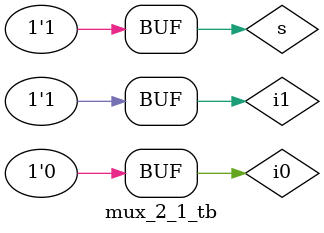
<source format=v>
module mux_2_1(input s,i0,i1, output y);
  
  assign y= s ? i1 : i0;
  
endmodule

module mux_2_1_tb;
  
  reg s,i0,i1;
  wire y;
  
  mux_2_1 m(s,i0,i1,y);
  
  initial
    begin 
      
      $monitor("s=%0b, i0=%0b, i1=%0b, y=%0b", s, i0, i1, y);
      
      i0=0; i1=1; s=0;
      #2;
      
      s=1;
      #5;
     
    end
  initial
    begin 
      $dumpfile("mux_2_1.vcd");
      $dumpvars;
    end
endmodule

</source>
